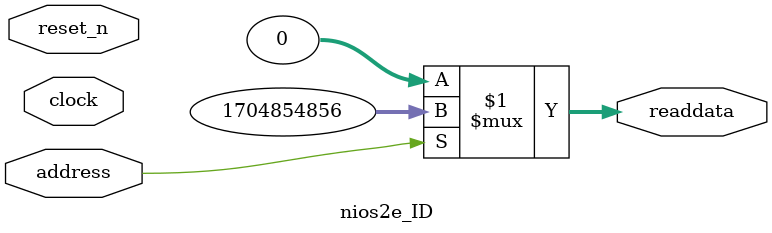
<source format=v>



// synthesis translate_off
`timescale 1ns / 1ps
// synthesis translate_on

// turn off superfluous verilog processor warnings 
// altera message_level Level1 
// altera message_off 10034 10035 10036 10037 10230 10240 10030 

module nios2e_ID (
               // inputs:
                address,
                clock,
                reset_n,

               // outputs:
                readdata
             )
;

  output  [ 31: 0] readdata;
  input            address;
  input            clock;
  input            reset_n;

  wire    [ 31: 0] readdata;
  //control_slave, which is an e_avalon_slave
  assign readdata = address ? 1704854856 : 0;

endmodule



</source>
